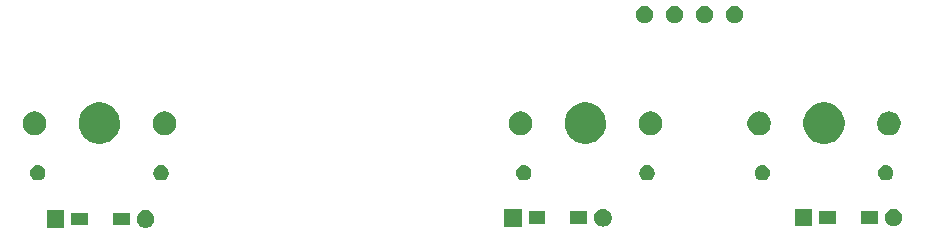
<source format=gbr>
G04 #@! TF.GenerationSoftware,KiCad,Pcbnew,(5.1.6-0-10_14)*
G04 #@! TF.CreationDate,2023-01-09T16:33:12+09:00*
G04 #@! TF.ProjectId,cool644,636f6f6c-3634-4342-9e6b-696361645f70,rev?*
G04 #@! TF.SameCoordinates,Original*
G04 #@! TF.FileFunction,Soldermask,Top*
G04 #@! TF.FilePolarity,Negative*
%FSLAX46Y46*%
G04 Gerber Fmt 4.6, Leading zero omitted, Abs format (unit mm)*
G04 Created by KiCad (PCBNEW (5.1.6-0-10_14)) date 2023-01-09 16:33:12*
%MOMM*%
%LPD*%
G01*
G04 APERTURE LIST*
%ADD10C,0.100000*%
G04 APERTURE END LIST*
D10*
G36*
X129374425Y133695401D02*
G01*
X129498621Y133670698D01*
X129635022Y133614199D01*
X129757779Y133532175D01*
X129862175Y133427779D01*
X129944199Y133305022D01*
X130000698Y133168621D01*
X130029500Y133023819D01*
X130029500Y132876181D01*
X130000698Y132731379D01*
X129944199Y132594978D01*
X129862175Y132472221D01*
X129757779Y132367825D01*
X129635022Y132285801D01*
X129498621Y132229302D01*
X129374425Y132204599D01*
X129353820Y132200500D01*
X129206180Y132200500D01*
X129185575Y132204599D01*
X129061379Y132229302D01*
X128924978Y132285801D01*
X128802221Y132367825D01*
X128697825Y132472221D01*
X128615801Y132594978D01*
X128559302Y132731379D01*
X128530500Y132876181D01*
X128530500Y133023819D01*
X128559302Y133168621D01*
X128615801Y133305022D01*
X128697825Y133427779D01*
X128802221Y133532175D01*
X128924978Y133614199D01*
X129061379Y133670698D01*
X129185575Y133695401D01*
X129206180Y133699500D01*
X129353820Y133699500D01*
X129374425Y133695401D01*
G37*
G36*
X122409500Y132200500D02*
G01*
X120910500Y132200500D01*
X120910500Y133699500D01*
X122409500Y133699500D01*
X122409500Y132200500D01*
G37*
G36*
X168094425Y133805401D02*
G01*
X168218621Y133780698D01*
X168355022Y133724199D01*
X168477779Y133642175D01*
X168582175Y133537779D01*
X168664199Y133415022D01*
X168720698Y133278621D01*
X168749500Y133133819D01*
X168749500Y132986181D01*
X168720698Y132841379D01*
X168664199Y132704978D01*
X168582175Y132582221D01*
X168477779Y132477825D01*
X168355022Y132395801D01*
X168218621Y132339302D01*
X168094425Y132314599D01*
X168073820Y132310500D01*
X167926180Y132310500D01*
X167905575Y132314599D01*
X167781379Y132339302D01*
X167644978Y132395801D01*
X167522221Y132477825D01*
X167417825Y132582221D01*
X167335801Y132704978D01*
X167279302Y132841379D01*
X167250500Y132986181D01*
X167250500Y133133819D01*
X167279302Y133278621D01*
X167335801Y133415022D01*
X167417825Y133537779D01*
X167522221Y133642175D01*
X167644978Y133724199D01*
X167781379Y133780698D01*
X167905575Y133805401D01*
X167926180Y133809500D01*
X168073820Y133809500D01*
X168094425Y133805401D01*
G37*
G36*
X161129500Y132310500D02*
G01*
X159630500Y132310500D01*
X159630500Y133809500D01*
X161129500Y133809500D01*
X161129500Y132310500D01*
G37*
G36*
X192714425Y133815401D02*
G01*
X192838621Y133790698D01*
X192975022Y133734199D01*
X193097779Y133652175D01*
X193202175Y133547779D01*
X193284199Y133425022D01*
X193340698Y133288621D01*
X193369500Y133143819D01*
X193369500Y132996181D01*
X193340698Y132851379D01*
X193284199Y132714978D01*
X193202175Y132592221D01*
X193097779Y132487825D01*
X192975022Y132405801D01*
X192838621Y132349302D01*
X192714425Y132324599D01*
X192693820Y132320500D01*
X192546180Y132320500D01*
X192525575Y132324599D01*
X192401379Y132349302D01*
X192264978Y132405801D01*
X192142221Y132487825D01*
X192037825Y132592221D01*
X191955801Y132714978D01*
X191899302Y132851379D01*
X191870500Y132996181D01*
X191870500Y133143819D01*
X191899302Y133288621D01*
X191955801Y133425022D01*
X192037825Y133547779D01*
X192142221Y133652175D01*
X192264978Y133734199D01*
X192401379Y133790698D01*
X192525575Y133815401D01*
X192546180Y133819500D01*
X192693820Y133819500D01*
X192714425Y133815401D01*
G37*
G36*
X185749500Y132320500D02*
G01*
X184250500Y132320500D01*
X184250500Y133819500D01*
X185749500Y133819500D01*
X185749500Y132320500D01*
G37*
G36*
X127946000Y132424000D02*
G01*
X126544000Y132424000D01*
X126544000Y133476000D01*
X127946000Y133476000D01*
X127946000Y132424000D01*
G37*
G36*
X124396000Y132424000D02*
G01*
X122994000Y132424000D01*
X122994000Y133476000D01*
X124396000Y133476000D01*
X124396000Y132424000D01*
G37*
G36*
X166666000Y132534000D02*
G01*
X165264000Y132534000D01*
X165264000Y133586000D01*
X166666000Y133586000D01*
X166666000Y132534000D01*
G37*
G36*
X163116000Y132534000D02*
G01*
X161714000Y132534000D01*
X161714000Y133586000D01*
X163116000Y133586000D01*
X163116000Y132534000D01*
G37*
G36*
X191286000Y132544000D02*
G01*
X189884000Y132544000D01*
X189884000Y133596000D01*
X191286000Y133596000D01*
X191286000Y132544000D01*
G37*
G36*
X187736000Y132544000D02*
G01*
X186334000Y132544000D01*
X186334000Y133596000D01*
X187736000Y133596000D01*
X187736000Y132544000D01*
G37*
G36*
X181699890Y137485983D02*
G01*
X181818364Y137436909D01*
X181924988Y137365665D01*
X182015665Y137274988D01*
X182086909Y137168364D01*
X182135983Y137049890D01*
X182161000Y136924118D01*
X182161000Y136795882D01*
X182135983Y136670110D01*
X182086909Y136551636D01*
X182015665Y136445012D01*
X181924988Y136354335D01*
X181818364Y136283091D01*
X181818363Y136283090D01*
X181818362Y136283090D01*
X181699890Y136234017D01*
X181574119Y136209000D01*
X181445881Y136209000D01*
X181320110Y136234017D01*
X181201638Y136283090D01*
X181201637Y136283090D01*
X181201636Y136283091D01*
X181095012Y136354335D01*
X181004335Y136445012D01*
X180933091Y136551636D01*
X180884017Y136670110D01*
X180859000Y136795882D01*
X180859000Y136924118D01*
X180884017Y137049890D01*
X180933091Y137168364D01*
X181004335Y137274988D01*
X181095012Y137365665D01*
X181201636Y137436909D01*
X181320110Y137485983D01*
X181445881Y137511000D01*
X181574119Y137511000D01*
X181699890Y137485983D01*
G37*
G36*
X161499890Y137485983D02*
G01*
X161618364Y137436909D01*
X161724988Y137365665D01*
X161815665Y137274988D01*
X161886909Y137168364D01*
X161935983Y137049890D01*
X161961000Y136924118D01*
X161961000Y136795882D01*
X161935983Y136670110D01*
X161886909Y136551636D01*
X161815665Y136445012D01*
X161724988Y136354335D01*
X161618364Y136283091D01*
X161618363Y136283090D01*
X161618362Y136283090D01*
X161499890Y136234017D01*
X161374119Y136209000D01*
X161245881Y136209000D01*
X161120110Y136234017D01*
X161001638Y136283090D01*
X161001637Y136283090D01*
X161001636Y136283091D01*
X160895012Y136354335D01*
X160804335Y136445012D01*
X160733091Y136551636D01*
X160684017Y136670110D01*
X160659000Y136795882D01*
X160659000Y136924118D01*
X160684017Y137049890D01*
X160733091Y137168364D01*
X160804335Y137274988D01*
X160895012Y137365665D01*
X161001636Y137436909D01*
X161120110Y137485983D01*
X161245881Y137511000D01*
X161374119Y137511000D01*
X161499890Y137485983D01*
G37*
G36*
X171939890Y137485983D02*
G01*
X172058364Y137436909D01*
X172164988Y137365665D01*
X172255665Y137274988D01*
X172326909Y137168364D01*
X172375983Y137049890D01*
X172401000Y136924118D01*
X172401000Y136795882D01*
X172375983Y136670110D01*
X172326909Y136551636D01*
X172255665Y136445012D01*
X172164988Y136354335D01*
X172058364Y136283091D01*
X172058363Y136283090D01*
X172058362Y136283090D01*
X171939890Y136234017D01*
X171814119Y136209000D01*
X171685881Y136209000D01*
X171560110Y136234017D01*
X171441638Y136283090D01*
X171441637Y136283090D01*
X171441636Y136283091D01*
X171335012Y136354335D01*
X171244335Y136445012D01*
X171173091Y136551636D01*
X171124017Y136670110D01*
X171099000Y136795882D01*
X171099000Y136924118D01*
X171124017Y137049890D01*
X171173091Y137168364D01*
X171244335Y137274988D01*
X171335012Y137365665D01*
X171441636Y137436909D01*
X171560110Y137485983D01*
X171685881Y137511000D01*
X171814119Y137511000D01*
X171939890Y137485983D01*
G37*
G36*
X130789890Y137485983D02*
G01*
X130908364Y137436909D01*
X131014988Y137365665D01*
X131105665Y137274988D01*
X131176909Y137168364D01*
X131225983Y137049890D01*
X131251000Y136924118D01*
X131251000Y136795882D01*
X131225983Y136670110D01*
X131176909Y136551636D01*
X131105665Y136445012D01*
X131014988Y136354335D01*
X130908364Y136283091D01*
X130908363Y136283090D01*
X130908362Y136283090D01*
X130789890Y136234017D01*
X130664119Y136209000D01*
X130535881Y136209000D01*
X130410110Y136234017D01*
X130291638Y136283090D01*
X130291637Y136283090D01*
X130291636Y136283091D01*
X130185012Y136354335D01*
X130094335Y136445012D01*
X130023091Y136551636D01*
X129974017Y136670110D01*
X129949000Y136795882D01*
X129949000Y136924118D01*
X129974017Y137049890D01*
X130023091Y137168364D01*
X130094335Y137274988D01*
X130185012Y137365665D01*
X130291636Y137436909D01*
X130410110Y137485983D01*
X130535881Y137511000D01*
X130664119Y137511000D01*
X130789890Y137485983D01*
G37*
G36*
X120349890Y137485983D02*
G01*
X120468364Y137436909D01*
X120574988Y137365665D01*
X120665665Y137274988D01*
X120736909Y137168364D01*
X120785983Y137049890D01*
X120811000Y136924118D01*
X120811000Y136795882D01*
X120785983Y136670110D01*
X120736909Y136551636D01*
X120665665Y136445012D01*
X120574988Y136354335D01*
X120468364Y136283091D01*
X120468363Y136283090D01*
X120468362Y136283090D01*
X120349890Y136234017D01*
X120224119Y136209000D01*
X120095881Y136209000D01*
X119970110Y136234017D01*
X119851638Y136283090D01*
X119851637Y136283090D01*
X119851636Y136283091D01*
X119745012Y136354335D01*
X119654335Y136445012D01*
X119583091Y136551636D01*
X119534017Y136670110D01*
X119509000Y136795882D01*
X119509000Y136924118D01*
X119534017Y137049890D01*
X119583091Y137168364D01*
X119654335Y137274988D01*
X119745012Y137365665D01*
X119851636Y137436909D01*
X119970110Y137485983D01*
X120095881Y137511000D01*
X120224119Y137511000D01*
X120349890Y137485983D01*
G37*
G36*
X192139890Y137485983D02*
G01*
X192258364Y137436909D01*
X192364988Y137365665D01*
X192455665Y137274988D01*
X192526909Y137168364D01*
X192575983Y137049890D01*
X192601000Y136924118D01*
X192601000Y136795882D01*
X192575983Y136670110D01*
X192526909Y136551636D01*
X192455665Y136445012D01*
X192364988Y136354335D01*
X192258364Y136283091D01*
X192258363Y136283090D01*
X192258362Y136283090D01*
X192139890Y136234017D01*
X192014119Y136209000D01*
X191885881Y136209000D01*
X191760110Y136234017D01*
X191641638Y136283090D01*
X191641637Y136283090D01*
X191641636Y136283091D01*
X191535012Y136354335D01*
X191444335Y136445012D01*
X191373091Y136551636D01*
X191324017Y136670110D01*
X191299000Y136795882D01*
X191299000Y136924118D01*
X191324017Y137049890D01*
X191373091Y137168364D01*
X191444335Y137274988D01*
X191535012Y137365665D01*
X191641636Y137436909D01*
X191760110Y137485983D01*
X191885881Y137511000D01*
X192014119Y137511000D01*
X192139890Y137485983D01*
G37*
G36*
X125777985Y142766140D02*
G01*
X125890748Y142743710D01*
X126022741Y142689037D01*
X126209408Y142611717D01*
X126496196Y142420091D01*
X126740091Y142176196D01*
X126931717Y141889408D01*
X127009037Y141702741D01*
X127063710Y141570748D01*
X127070990Y141534149D01*
X127131000Y141232460D01*
X127131000Y140887540D01*
X127086140Y140662015D01*
X127070990Y140585849D01*
X127063710Y140549253D01*
X126931717Y140230592D01*
X126740091Y139943804D01*
X126496196Y139699909D01*
X126209408Y139508283D01*
X126022741Y139430963D01*
X125890748Y139376290D01*
X125777985Y139353860D01*
X125552460Y139309000D01*
X125207540Y139309000D01*
X124982015Y139353860D01*
X124869252Y139376290D01*
X124737259Y139430963D01*
X124550592Y139508283D01*
X124263804Y139699909D01*
X124019909Y139943804D01*
X123828283Y140230592D01*
X123696290Y140549253D01*
X123689011Y140585849D01*
X123673860Y140662015D01*
X123629000Y140887540D01*
X123629000Y141232460D01*
X123689010Y141534149D01*
X123696290Y141570748D01*
X123750963Y141702741D01*
X123828283Y141889408D01*
X124019909Y142176196D01*
X124263804Y142420091D01*
X124550592Y142611717D01*
X124737259Y142689037D01*
X124869252Y142743710D01*
X124982015Y142766140D01*
X125207540Y142811000D01*
X125552460Y142811000D01*
X125777985Y142766140D01*
G37*
G36*
X166927985Y142766140D02*
G01*
X167040748Y142743710D01*
X167172741Y142689037D01*
X167359408Y142611717D01*
X167646196Y142420091D01*
X167890091Y142176196D01*
X168081717Y141889408D01*
X168159037Y141702741D01*
X168213710Y141570748D01*
X168220990Y141534149D01*
X168281000Y141232460D01*
X168281000Y140887540D01*
X168236140Y140662015D01*
X168220990Y140585849D01*
X168213710Y140549253D01*
X168081717Y140230592D01*
X167890091Y139943804D01*
X167646196Y139699909D01*
X167359408Y139508283D01*
X167172741Y139430963D01*
X167040748Y139376290D01*
X166927985Y139353860D01*
X166702460Y139309000D01*
X166357540Y139309000D01*
X166132015Y139353860D01*
X166019252Y139376290D01*
X165887259Y139430963D01*
X165700592Y139508283D01*
X165413804Y139699909D01*
X165169909Y139943804D01*
X164978283Y140230592D01*
X164846290Y140549253D01*
X164839011Y140585849D01*
X164823860Y140662015D01*
X164779000Y140887540D01*
X164779000Y141232460D01*
X164839010Y141534149D01*
X164846290Y141570748D01*
X164900963Y141702741D01*
X164978283Y141889408D01*
X165169909Y142176196D01*
X165413804Y142420091D01*
X165700592Y142611717D01*
X165887259Y142689037D01*
X166019252Y142743710D01*
X166132015Y142766140D01*
X166357540Y142811000D01*
X166702460Y142811000D01*
X166927985Y142766140D01*
G37*
G36*
X187127985Y142766140D02*
G01*
X187240748Y142743710D01*
X187372741Y142689037D01*
X187559408Y142611717D01*
X187846196Y142420091D01*
X188090091Y142176196D01*
X188281717Y141889408D01*
X188359037Y141702741D01*
X188413710Y141570748D01*
X188420990Y141534149D01*
X188481000Y141232460D01*
X188481000Y140887540D01*
X188436140Y140662015D01*
X188420990Y140585849D01*
X188413710Y140549253D01*
X188281717Y140230592D01*
X188090091Y139943804D01*
X187846196Y139699909D01*
X187559408Y139508283D01*
X187372741Y139430963D01*
X187240748Y139376290D01*
X187127985Y139353860D01*
X186902460Y139309000D01*
X186557540Y139309000D01*
X186332015Y139353860D01*
X186219252Y139376290D01*
X186087259Y139430963D01*
X185900592Y139508283D01*
X185613804Y139699909D01*
X185369909Y139943804D01*
X185178283Y140230592D01*
X185046290Y140549253D01*
X185039011Y140585849D01*
X185023860Y140662015D01*
X184979000Y140887540D01*
X184979000Y141232460D01*
X185039010Y141534149D01*
X185046290Y141570748D01*
X185100963Y141702741D01*
X185178283Y141889408D01*
X185369909Y142176196D01*
X185613804Y142420091D01*
X185900592Y142611717D01*
X186087259Y142689037D01*
X186219252Y142743710D01*
X186332015Y142766140D01*
X186557540Y142811000D01*
X186902460Y142811000D01*
X187127985Y142766140D01*
G37*
G36*
X161225285Y142041766D02*
G01*
X161321981Y142022532D01*
X161504151Y141947074D01*
X161668100Y141837527D01*
X161807527Y141698100D01*
X161917074Y141534151D01*
X161992532Y141351981D01*
X162031000Y141158590D01*
X162031000Y140961410D01*
X161992532Y140768019D01*
X161917074Y140585849D01*
X161807527Y140421900D01*
X161668100Y140282473D01*
X161504151Y140172926D01*
X161321981Y140097468D01*
X161225285Y140078234D01*
X161128591Y140059000D01*
X160931409Y140059000D01*
X160834715Y140078234D01*
X160738019Y140097468D01*
X160555849Y140172926D01*
X160391900Y140282473D01*
X160252473Y140421900D01*
X160142926Y140585849D01*
X160067468Y140768019D01*
X160029000Y140961410D01*
X160029000Y141158590D01*
X160067468Y141351981D01*
X160142926Y141534151D01*
X160252473Y141698100D01*
X160391900Y141837527D01*
X160555849Y141947074D01*
X160738019Y142022532D01*
X160834715Y142041766D01*
X160931409Y142061000D01*
X161128591Y142061000D01*
X161225285Y142041766D01*
G37*
G36*
X181425285Y142041766D02*
G01*
X181521981Y142022532D01*
X181704151Y141947074D01*
X181868100Y141837527D01*
X182007527Y141698100D01*
X182117074Y141534151D01*
X182192532Y141351981D01*
X182231000Y141158590D01*
X182231000Y140961410D01*
X182192532Y140768019D01*
X182117074Y140585849D01*
X182007527Y140421900D01*
X181868100Y140282473D01*
X181704151Y140172926D01*
X181521981Y140097468D01*
X181425285Y140078234D01*
X181328591Y140059000D01*
X181131409Y140059000D01*
X181034715Y140078234D01*
X180938019Y140097468D01*
X180755849Y140172926D01*
X180591900Y140282473D01*
X180452473Y140421900D01*
X180342926Y140585849D01*
X180267468Y140768019D01*
X180229000Y140961410D01*
X180229000Y141158590D01*
X180267468Y141351981D01*
X180342926Y141534151D01*
X180452473Y141698100D01*
X180591900Y141837527D01*
X180755849Y141947074D01*
X180938019Y142022532D01*
X181034715Y142041766D01*
X181131409Y142061000D01*
X181328591Y142061000D01*
X181425285Y142041766D01*
G37*
G36*
X192425285Y142041766D02*
G01*
X192521981Y142022532D01*
X192704151Y141947074D01*
X192868100Y141837527D01*
X193007527Y141698100D01*
X193117074Y141534151D01*
X193192532Y141351981D01*
X193231000Y141158590D01*
X193231000Y140961410D01*
X193192532Y140768019D01*
X193117074Y140585849D01*
X193007527Y140421900D01*
X192868100Y140282473D01*
X192704151Y140172926D01*
X192521981Y140097468D01*
X192425285Y140078234D01*
X192328591Y140059000D01*
X192131409Y140059000D01*
X192034715Y140078234D01*
X191938019Y140097468D01*
X191755849Y140172926D01*
X191591900Y140282473D01*
X191452473Y140421900D01*
X191342926Y140585849D01*
X191267468Y140768019D01*
X191229000Y140961410D01*
X191229000Y141158590D01*
X191267468Y141351981D01*
X191342926Y141534151D01*
X191452473Y141698100D01*
X191591900Y141837527D01*
X191755849Y141947074D01*
X191938019Y142022532D01*
X192034715Y142041766D01*
X192131409Y142061000D01*
X192328591Y142061000D01*
X192425285Y142041766D01*
G37*
G36*
X172225285Y142041766D02*
G01*
X172321981Y142022532D01*
X172504151Y141947074D01*
X172668100Y141837527D01*
X172807527Y141698100D01*
X172917074Y141534151D01*
X172992532Y141351981D01*
X173031000Y141158590D01*
X173031000Y140961410D01*
X172992532Y140768019D01*
X172917074Y140585849D01*
X172807527Y140421900D01*
X172668100Y140282473D01*
X172504151Y140172926D01*
X172321981Y140097468D01*
X172225285Y140078234D01*
X172128591Y140059000D01*
X171931409Y140059000D01*
X171834715Y140078234D01*
X171738019Y140097468D01*
X171555849Y140172926D01*
X171391900Y140282473D01*
X171252473Y140421900D01*
X171142926Y140585849D01*
X171067468Y140768019D01*
X171029000Y140961410D01*
X171029000Y141158590D01*
X171067468Y141351981D01*
X171142926Y141534151D01*
X171252473Y141698100D01*
X171391900Y141837527D01*
X171555849Y141947074D01*
X171738019Y142022532D01*
X171834715Y142041766D01*
X171931409Y142061000D01*
X172128591Y142061000D01*
X172225285Y142041766D01*
G37*
G36*
X131075285Y142041766D02*
G01*
X131171981Y142022532D01*
X131354151Y141947074D01*
X131518100Y141837527D01*
X131657527Y141698100D01*
X131767074Y141534151D01*
X131842532Y141351981D01*
X131881000Y141158590D01*
X131881000Y140961410D01*
X131842532Y140768019D01*
X131767074Y140585849D01*
X131657527Y140421900D01*
X131518100Y140282473D01*
X131354151Y140172926D01*
X131171981Y140097468D01*
X131075285Y140078234D01*
X130978591Y140059000D01*
X130781409Y140059000D01*
X130684715Y140078234D01*
X130588019Y140097468D01*
X130405849Y140172926D01*
X130241900Y140282473D01*
X130102473Y140421900D01*
X129992926Y140585849D01*
X129917468Y140768019D01*
X129879000Y140961410D01*
X129879000Y141158590D01*
X129917468Y141351981D01*
X129992926Y141534151D01*
X130102473Y141698100D01*
X130241900Y141837527D01*
X130405849Y141947074D01*
X130588019Y142022532D01*
X130684715Y142041766D01*
X130781409Y142061000D01*
X130978591Y142061000D01*
X131075285Y142041766D01*
G37*
G36*
X120075285Y142041766D02*
G01*
X120171981Y142022532D01*
X120354151Y141947074D01*
X120518100Y141837527D01*
X120657527Y141698100D01*
X120767074Y141534151D01*
X120842532Y141351981D01*
X120881000Y141158590D01*
X120881000Y140961410D01*
X120842532Y140768019D01*
X120767074Y140585849D01*
X120657527Y140421900D01*
X120518100Y140282473D01*
X120354151Y140172926D01*
X120171981Y140097468D01*
X120075285Y140078234D01*
X119978591Y140059000D01*
X119781409Y140059000D01*
X119684715Y140078234D01*
X119588019Y140097468D01*
X119405849Y140172926D01*
X119241900Y140282473D01*
X119102473Y140421900D01*
X118992926Y140585849D01*
X118917468Y140768019D01*
X118879000Y140961410D01*
X118879000Y141158590D01*
X118917468Y141351981D01*
X118992926Y141534151D01*
X119102473Y141698100D01*
X119241900Y141837527D01*
X119405849Y141947074D01*
X119588019Y142022532D01*
X119684715Y142041766D01*
X119781409Y142061000D01*
X119978591Y142061000D01*
X120075285Y142041766D01*
G37*
G36*
X174174425Y151015401D02*
G01*
X174298621Y150990698D01*
X174435022Y150934199D01*
X174557779Y150852175D01*
X174662175Y150747779D01*
X174744199Y150625022D01*
X174800698Y150488621D01*
X174829500Y150343819D01*
X174829500Y150196181D01*
X174800698Y150051379D01*
X174744199Y149914978D01*
X174662175Y149792221D01*
X174557779Y149687825D01*
X174435022Y149605801D01*
X174298621Y149549302D01*
X174174425Y149524599D01*
X174153820Y149520500D01*
X174006180Y149520500D01*
X173985575Y149524599D01*
X173861379Y149549302D01*
X173724978Y149605801D01*
X173602221Y149687825D01*
X173497825Y149792221D01*
X173415801Y149914978D01*
X173359302Y150051379D01*
X173330500Y150196181D01*
X173330500Y150343819D01*
X173359302Y150488621D01*
X173415801Y150625022D01*
X173497825Y150747779D01*
X173602221Y150852175D01*
X173724978Y150934199D01*
X173861379Y150990698D01*
X173985575Y151015401D01*
X174006180Y151019500D01*
X174153820Y151019500D01*
X174174425Y151015401D01*
G37*
G36*
X171634425Y151015401D02*
G01*
X171758621Y150990698D01*
X171895022Y150934199D01*
X172017779Y150852175D01*
X172122175Y150747779D01*
X172204199Y150625022D01*
X172260698Y150488621D01*
X172289500Y150343819D01*
X172289500Y150196181D01*
X172260698Y150051379D01*
X172204199Y149914978D01*
X172122175Y149792221D01*
X172017779Y149687825D01*
X171895022Y149605801D01*
X171758621Y149549302D01*
X171634425Y149524599D01*
X171613820Y149520500D01*
X171466180Y149520500D01*
X171445575Y149524599D01*
X171321379Y149549302D01*
X171184978Y149605801D01*
X171062221Y149687825D01*
X170957825Y149792221D01*
X170875801Y149914978D01*
X170819302Y150051379D01*
X170790500Y150196181D01*
X170790500Y150343819D01*
X170819302Y150488621D01*
X170875801Y150625022D01*
X170957825Y150747779D01*
X171062221Y150852175D01*
X171184978Y150934199D01*
X171321379Y150990698D01*
X171445575Y151015401D01*
X171466180Y151019500D01*
X171613820Y151019500D01*
X171634425Y151015401D01*
G37*
G36*
X179254425Y151015401D02*
G01*
X179378621Y150990698D01*
X179515022Y150934199D01*
X179637779Y150852175D01*
X179742175Y150747779D01*
X179824199Y150625022D01*
X179880698Y150488621D01*
X179909500Y150343819D01*
X179909500Y150196181D01*
X179880698Y150051379D01*
X179824199Y149914978D01*
X179742175Y149792221D01*
X179637779Y149687825D01*
X179515022Y149605801D01*
X179378621Y149549302D01*
X179254425Y149524599D01*
X179233820Y149520500D01*
X179086180Y149520500D01*
X179065575Y149524599D01*
X178941379Y149549302D01*
X178804978Y149605801D01*
X178682221Y149687825D01*
X178577825Y149792221D01*
X178495801Y149914978D01*
X178439302Y150051379D01*
X178410500Y150196181D01*
X178410500Y150343819D01*
X178439302Y150488621D01*
X178495801Y150625022D01*
X178577825Y150747779D01*
X178682221Y150852175D01*
X178804978Y150934199D01*
X178941379Y150990698D01*
X179065575Y151015401D01*
X179086180Y151019500D01*
X179233820Y151019500D01*
X179254425Y151015401D01*
G37*
G36*
X176714425Y151015401D02*
G01*
X176838621Y150990698D01*
X176975022Y150934199D01*
X177097779Y150852175D01*
X177202175Y150747779D01*
X177284199Y150625022D01*
X177340698Y150488621D01*
X177369500Y150343819D01*
X177369500Y150196181D01*
X177340698Y150051379D01*
X177284199Y149914978D01*
X177202175Y149792221D01*
X177097779Y149687825D01*
X176975022Y149605801D01*
X176838621Y149549302D01*
X176714425Y149524599D01*
X176693820Y149520500D01*
X176546180Y149520500D01*
X176525575Y149524599D01*
X176401379Y149549302D01*
X176264978Y149605801D01*
X176142221Y149687825D01*
X176037825Y149792221D01*
X175955801Y149914978D01*
X175899302Y150051379D01*
X175870500Y150196181D01*
X175870500Y150343819D01*
X175899302Y150488621D01*
X175955801Y150625022D01*
X176037825Y150747779D01*
X176142221Y150852175D01*
X176264978Y150934199D01*
X176401379Y150990698D01*
X176525575Y151015401D01*
X176546180Y151019500D01*
X176693820Y151019500D01*
X176714425Y151015401D01*
G37*
M02*

</source>
